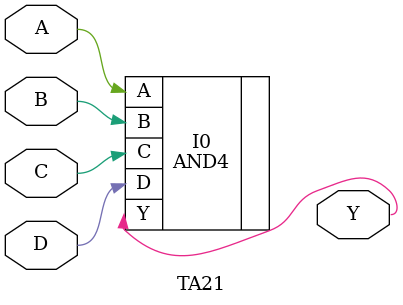
<source format=v>
`timescale 1 ns / 100 ps
module TA21( A, B, C, D, Y );

input A, B, C, D;
output Y;










specify 
    specparam CDS_LIBNAME  = "3200DX";
    specparam CDS_CELLNAME = "TA21";
    specparam CDS_VIEWNAME = "schematic";
endspecify

AND4  I0( .Y(Y), .D(D), .C(C), .B(B), .A(A));

endmodule

</source>
